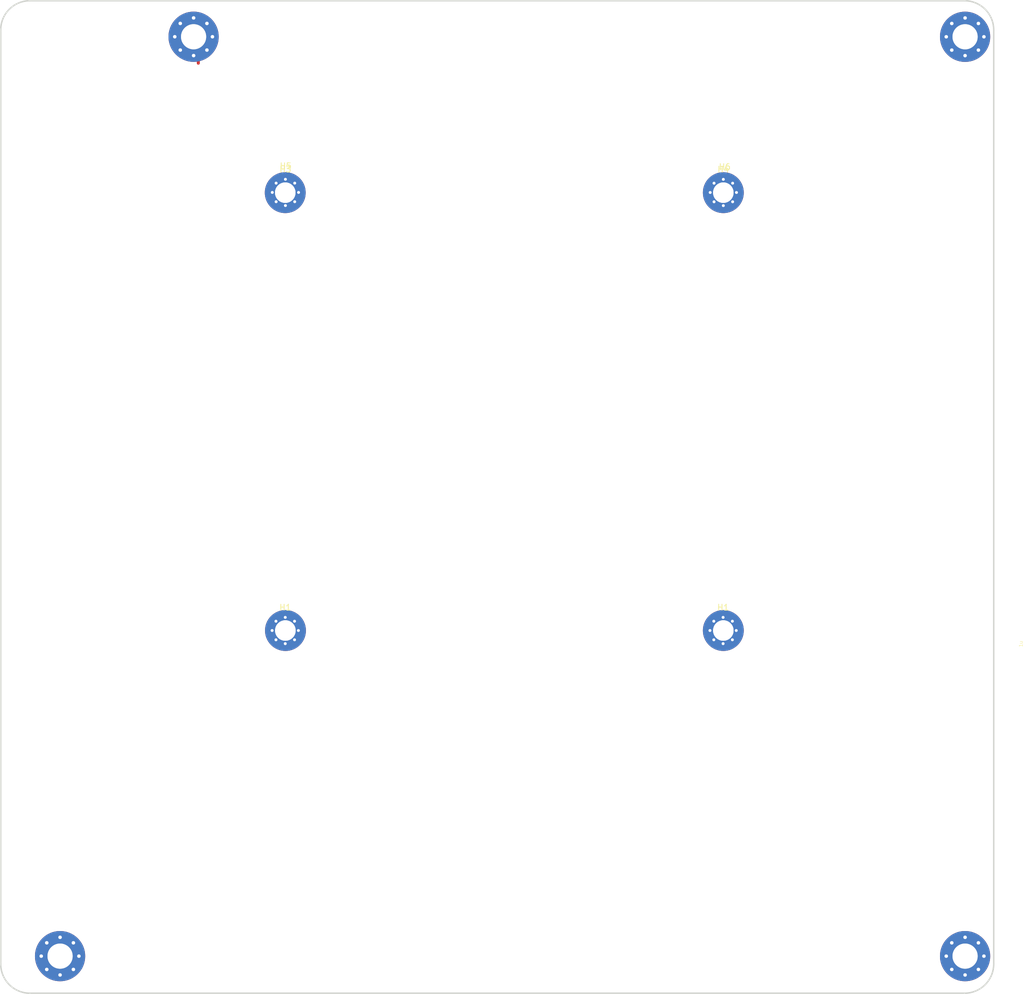
<source format=kicad_pcb>
(kicad_pcb (version 20241229) (generator "pcbnew") (generator_version "9.0")
  (layers (0 "F.Cu" signal) (4 "In1.Cu" mixed) (6 "In2.Cu" mixed) (2 "B.Cu" signal) (13 "F.Paste" user) (15 "B.Paste" user) (5 "F.SilkS" user "F.Silkscreen") (7 "B.SilkS" user "B.Silkscreen") (1 "F.Mask" user) (3 "B.Mask" user) (25 "Edge.Cuts" user))
  (net 0 "")
  (net 1 "- Sense")
  (footprint "MountingHole:MountingHole_3mm_Pad_Via" (layer "F.Cu") (at 75.03 49.96)
    (property "Reference" "H3" (at 0 -3.95 0) (layer "F.SilkS"))
    (property "Value" "MountingHole_Pad")
    (pad "1" thru_hole circle (at -2.25 0) (size 0.8 0.8) (drill 0.5) (layers "*.Cu" "*.Mask") (net 1 "- Sense"))
    (pad "1" thru_hole circle (at -1.59099 -1.59099) (size 0.8 0.8) (drill 0.5) (layers "*.Cu" "*.Mask") (net 1 "- Sense"))
    (pad "1" thru_hole circle (at -1.59099 1.59099) (size 0.8 0.8) (drill 0.5) (layers "*.Cu" "*.Mask") (net 1 "- Sense"))
    (pad "1" thru_hole circle (at -0.03 0.04) (size 7 7) (drill 3.5) (layers "*.Cu" "*.Mask") (net 1 "- Sense"))
    (pad "1" thru_hole circle (at 0 -2.25) (size 0.8 0.8) (drill 0.5) (layers "*.Cu" "*.Mask") (net 1 "- Sense"))
    (pad "1" thru_hole circle (at 0 2.25) (size 0.8 0.8) (drill 0.5) (layers "*.Cu" "*.Mask") (net 1 "- Sense"))
    (pad "1" thru_hole circle (at 1.59099 -1.59099) (size 0.8 0.8) (drill 0.5) (layers "*.Cu" "*.Mask") (net 1 "- Sense"))
    (pad "1" thru_hole circle (at 1.59099 1.59099) (size 0.8 0.8) (drill 0.5) (layers "*.Cu" "*.Mask") (net 1 "- Sense"))
    (pad "1" thru_hole circle (at 2.25 0) (size 0.8 0.8) (drill 0.5) (layers "*.Cu" "*.Mask") (net 1 "- Sense"))
  )
  (footprint "MountingHole:MountingHole_4.3mm_M4_Pad_Via" (layer "F.Cu") (at 191.39 23.3018)
    (property "Reference" "ch2" (hide yes))
    (property "Value" "MountingHole" (hide yes))
    (pad "1" thru_hole circle (at -3.225 0) (size 0.9 0.9) (drill 0.6) (layers "*.Cu" "*.Mask"))
    (pad "1" thru_hole circle (at -2.280419 -2.280419) (size 0.9 0.9) (drill 0.6) (layers "*.Cu" "*.Mask"))
    (pad "1" thru_hole circle (at -2.280419 2.280419) (size 0.9 0.9) (drill 0.6) (layers "*.Cu" "*.Mask"))
    (pad "1" thru_hole circle (at 0 -3.225) (size 0.9 0.9) (drill 0.6) (layers "*.Cu" "*.Mask"))
    (pad "1" thru_hole circle (at 0 0) (size 8.6 8.6) (drill 4.3) (layers "*.Cu" "*.Mask") (net 1 "- Sense"))
    (pad "1" thru_hole circle (at 0 3.225) (size 0.9 0.9) (drill 0.6) (layers "*.Cu" "*.Mask"))
    (pad "1" thru_hole circle (at 2.280419 -2.280419) (size 0.9 0.9) (drill 0.6) (layers "*.Cu" "*.Mask"))
    (pad "1" thru_hole circle (at 2.280419 2.280419) (size 0.9 0.9) (drill 0.6) (layers "*.Cu" "*.Mask"))
    (pad "1" thru_hole circle (at 3.225 0) (size 0.9 0.9) (drill 0.6) (layers "*.Cu" "*.Mask"))
  )
  (footprint "MountingHole:MountingHole_3.5mm" (layer "F.Cu") (at 150 50)
    (property "Reference" "H6" (at 0.25 -4.42 0) (layer "F.SilkS"))
    (property "Value" "MountingHole" (hide yes))
    (pad "" np_thru_hole circle (at 0 0) (size 3.5 3.5) (drill 3.5) (layers "*.Cu" "*.Mask"))
  )
  (footprint "MountingHole:MountingHole_3.5mm" (layer "F.Cu") (at 150 125)
    (property "Reference" "H8" (hide yes))
    (property "Value" "MountingHole" (hide yes))
    (pad "" np_thru_hole circle (at 0 0) (size 3.5 3.5) (drill 3.5) (layers "*.Cu" "*.Mask"))
  )
  (footprint "MountingHole:MountingHole_3.5mm" (layer "F.Cu") (at 75 50)
    (property "Reference" "H5" (at 0.075 -4.57 0) (layer "F.SilkS"))
    (property "Value" "MountingHole" (hide yes))
    (pad "" np_thru_hole circle (at 0 0) (size 3.5 3.5) (drill 3.5) (layers "*.Cu" "*.Mask"))
  )
  (footprint "MountingHole:MountingHole_4.3mm_M4_Pad_Via" (layer "F.Cu") (at 191.39 180.775)
    (property "Reference" "H2" (hide yes))
    (property "Value" "MountingHole" (hide yes))
    (pad "1" thru_hole circle (at -3.225 0) (size 0.9 0.9) (drill 0.6) (layers "*.Cu" "*.Mask"))
    (pad "1" thru_hole circle (at -2.280419 -2.280419) (size 0.9 0.9) (drill 0.6) (layers "*.Cu" "*.Mask"))
    (pad "1" thru_hole circle (at -2.280419 2.280419) (size 0.9 0.9) (drill 0.6) (layers "*.Cu" "*.Mask"))
    (pad "1" thru_hole circle (at 0 -3.225) (size 0.9 0.9) (drill 0.6) (layers "*.Cu" "*.Mask"))
    (pad "1" thru_hole circle (at 0 0) (size 8.6 8.6) (drill 4.3) (layers "*.Cu" "*.Mask") (net 1 "- Sense"))
    (pad "1" thru_hole circle (at 0 3.225) (size 0.9 0.9) (drill 0.6) (layers "*.Cu" "*.Mask"))
    (pad "1" thru_hole circle (at 2.280419 -2.280419) (size 0.9 0.9) (drill 0.6) (layers "*.Cu" "*.Mask"))
    (pad "1" thru_hole circle (at 2.280419 2.280419) (size 0.9 0.9) (drill 0.6) (layers "*.Cu" "*.Mask"))
    (pad "1" thru_hole circle (at 3.225 0) (size 0.9 0.9) (drill 0.6) (layers "*.Cu" "*.Mask"))
  )
  (footprint "MountingHole:MountingHole_3.5mm" (layer "F.Cu") (at 75 124.99901)
    (property "Reference" "H8" (hide yes))
    (property "Value" "MountingHole" (hide yes))
    (pad "" np_thru_hole circle (at 0 0) (size 3.5 3.5) (drill 3.5) (layers "*.Cu" "*.Mask"))
  )
  (footprint "MountingHole:MountingHole_4.3mm_M4_Pad_Via" (layer "F.Cu") (at 59.31 23.295)
    (property "Reference" "H4" (hide yes))
    (property "Value" "MountingHole" (hide yes))
    (pad "1" thru_hole circle (at -3.225 0) (size 0.9 0.9) (drill 0.6) (layers "*.Cu" "*.Mask"))
    (pad "1" thru_hole circle (at -2.280419 -2.280419) (size 0.9 0.9) (drill 0.6) (layers "*.Cu" "*.Mask"))
    (pad "1" thru_hole circle (at -2.280419 2.280419) (size 0.9 0.9) (drill 0.6) (layers "*.Cu" "*.Mask"))
    (pad "1" thru_hole circle (at 0 -3.225) (size 0.9 0.9) (drill 0.6) (layers "*.Cu" "*.Mask"))
    (pad "1" thru_hole circle (at 0 3.225) (size 0.9 0.9) (drill 0.6) (layers "*.Cu" "*.Mask"))
    (pad "1" thru_hole circle (at 2.280419 -2.280419) (size 0.9 0.9) (drill 0.6) (layers "*.Cu" "*.Mask"))
    (pad "1" thru_hole circle (at 2.280419 2.280419) (size 0.9 0.9) (drill 0.6) (layers "*.Cu" "*.Mask"))
    (pad "1" thru_hole circle (at 3.225 0) (size 0.9 0.9) (drill 0.6) (layers "*.Cu" "*.Mask"))
    (pad "ch1" thru_hole circle (at 0 0) (size 8.6 8.6) (drill 4.3) (layers "*.Cu" "*.Mask") (net 1 "- Sense"))
  )
  (footprint "MountingHole:MountingHole_3mm_Pad_Via" (layer "F.Cu") (at 75 124.99901)
    (property "Reference" "H1" (at 0 -3.95 0) (layer "F.SilkS"))
    (property "Value" "MountingHole_Pad" (hide yes))
    (pad "1" thru_hole circle (at -2.25 0) (size 0.8 0.8) (drill 0.5) (layers "*.Cu" "*.Mask") (net 1 "- Sense"))
    (pad "1" thru_hole circle (at -1.59099 -1.59099) (size 0.8 0.8) (drill 0.5) (layers "*.Cu" "*.Mask") (net 1 "- Sense"))
    (pad "1" thru_hole circle (at -1.59099 1.59099) (size 0.8 0.8) (drill 0.5) (layers "*.Cu" "*.Mask") (net 1 "- Sense"))
    (pad "1" thru_hole circle (at 0 -2.25) (size 0.8 0.8) (drill 0.5) (layers "*.Cu" "*.Mask") (net 1 "- Sense"))
    (pad "1" thru_hole circle (at 0 2.25) (size 0.8 0.8) (drill 0.5) (layers "*.Cu" "*.Mask") (net 1 "- Sense"))
    (pad "1" thru_hole circle (at 0.03901 0.00099) (size 7 7) (drill 3.5) (layers "*.Cu" "*.Mask") (net 1 "- Sense"))
    (pad "1" thru_hole circle (at 1.59099 -1.59099) (size 0.8 0.8) (drill 0.5) (layers "*.Cu" "*.Mask") (net 1 "- Sense"))
    (pad "1" thru_hole circle (at 1.59099 1.59099) (size 0.8 0.8) (drill 0.5) (layers "*.Cu" "*.Mask") (net 1 "- Sense"))
    (pad "1" thru_hole circle (at 2.25 0) (size 0.8 0.8) (drill 0.5) (layers "*.Cu" "*.Mask") (net 1 "- Sense"))
  )
  (footprint "MountingHole:MountingHole_3mm_Pad_Via" (layer "F.Cu") (at 150.00099 49.97099)
    (property "Reference" "H4" (at 0 -3.95 0) (layer "F.SilkS"))
    (property "Value" "MountingHole_Pad")
    (pad "1" thru_hole circle (at -2.25 0) (size 0.8 0.8) (drill 0.5) (layers "*.Cu" "*.Mask") (net 1 "- Sense"))
    (pad "1" thru_hole circle (at -1.59099 -1.59099) (size 0.8 0.8) (drill 0.5) (layers "*.Cu" "*.Mask") (net 1 "- Sense"))
    (pad "1" thru_hole circle (at -1.59099 1.59099) (size 0.8 0.8) (drill 0.5) (layers "*.Cu" "*.Mask") (net 1 "- Sense"))
    (pad "1" thru_hole circle (at 0 -2.25) (size 0.8 0.8) (drill 0.5) (layers "*.Cu" "*.Mask") (net 1 "- Sense"))
    (pad "1" thru_hole circle (at 0 0.02901) (size 7 7) (drill 3.5) (layers "*.Cu" "*.Mask") (net 1 "- Sense"))
    (pad "1" thru_hole circle (at 0 2.25) (size 0.8 0.8) (drill 0.5) (layers "*.Cu" "*.Mask") (net 1 "- Sense"))
    (pad "1" thru_hole circle (at 1.59099 -1.59099) (size 0.8 0.8) (drill 0.5) (layers "*.Cu" "*.Mask") (net 1 "- Sense"))
    (pad "1" thru_hole circle (at 1.59099 1.59099) (size 0.8 0.8) (drill 0.5) (layers "*.Cu" "*.Mask") (net 1 "- Sense"))
    (pad "1" thru_hole circle (at 2.25 0) (size 0.8 0.8) (drill 0.5) (layers "*.Cu" "*.Mask") (net 1 "- Sense"))
  )
  (footprint "MountingHole:MountingHole_3mm_Pad_Via" (layer "F.Cu") (at 149.96099 124.99901)
    (property "Reference" "H1" (at 0 -3.95 0) (layer "F.SilkS"))
    (property "Value" "MountingHole_Pad" (hide yes))
    (pad "1" thru_hole circle (at -2.25 0) (size 0.8 0.8) (drill 0.5) (layers "*.Cu" "*.Mask") (net 1 "- Sense"))
    (pad "1" thru_hole circle (at -1.59099 -1.59099) (size 0.8 0.8) (drill 0.5) (layers "*.Cu" "*.Mask") (net 1 "- Sense"))
    (pad "1" thru_hole circle (at -1.59099 1.59099) (size 0.8 0.8) (drill 0.5) (layers "*.Cu" "*.Mask") (net 1 "- Sense"))
    (pad "1" thru_hole circle (at 0 -2.25) (size 0.8 0.8) (drill 0.5) (layers "*.Cu" "*.Mask") (net 1 "- Sense"))
    (pad "1" thru_hole circle (at 0 2.25) (size 0.8 0.8) (drill 0.5) (layers "*.Cu" "*.Mask") (net 1 "- Sense"))
    (pad "1" thru_hole circle (at 0.03901 0.00099) (size 7 7) (drill 3.5) (layers "*.Cu" "*.Mask") (net 1 "- Sense"))
    (pad "1" thru_hole circle (at 1.59099 -1.59099) (size 0.8 0.8) (drill 0.5) (layers "*.Cu" "*.Mask") (net 1 "- Sense"))
    (pad "1" thru_hole circle (at 1.59099 1.59099) (size 0.8 0.8) (drill 0.5) (layers "*.Cu" "*.Mask") (net 1 "- Sense"))
    (pad "1" thru_hole circle (at 2.25 0) (size 0.8 0.8) (drill 0.5) (layers "*.Cu" "*.Mask") (net 1 "- Sense"))
  )
  (footprint "MountingHole:MountingHole_4.3mm_M4_Pad_Via" (layer "F.Cu") (at 36.45 180.775)
    (property "Reference" "H1" (hide yes))
    (property "Value" "MountingHole" (hide yes))
    (pad "1" thru_hole circle (at -3.225 0) (size 0.9 0.9) (drill 0.6) (layers "*.Cu" "*.Mask"))
    (pad "1" thru_hole circle (at -2.280419 -2.280419) (size 0.9 0.9) (drill 0.6) (layers "*.Cu" "*.Mask"))
    (pad "1" thru_hole circle (at -2.280419 2.280419) (size 0.9 0.9) (drill 0.6) (layers "*.Cu" "*.Mask"))
    (pad "1" thru_hole circle (at 0 -3.225) (size 0.9 0.9) (drill 0.6) (layers "*.Cu" "*.Mask"))
    (pad "1" thru_hole circle (at 0 0) (size 8.6 8.6) (drill 4.3) (layers "*.Cu" "*.Mask") (net 1 "- Sense"))
    (pad "1" thru_hole circle (at 0 3.225) (size 0.9 0.9) (drill 0.6) (layers "*.Cu" "*.Mask"))
    (pad "1" thru_hole circle (at 2.280419 -2.280419) (size 0.9 0.9) (drill 0.6) (layers "*.Cu" "*.Mask"))
    (pad "1" thru_hole circle (at 2.280419 2.280419) (size 0.9 0.9) (drill 0.6) (layers "*.Cu" "*.Mask"))
    (pad "1" thru_hole circle (at 3.225 0) (size 0.9 0.9) (drill 0.6) (layers "*.Cu" "*.Mask"))
  )
  (gr_circle (center 59.31 23.295) (end 61.342 23.295) (stroke (width 0.25)) (fill no) (layer "Edge.Cuts"))
  (gr_line (start 191.29 17.125) (end 31.29 17.125) (stroke (width 0.25)) (layer "Edge.Cuts"))
  (gr_circle (center 36.45 180.775) (end 38.482 180.775) (stroke (width 0.25)) (fill no) (layer "Edge.Cuts"))
  (gr_arc (start 31.29 187.125) (mid 27.754466 185.660534) (end 26.29 182.125) (stroke (width 0.25)) (layer "Edge.Cuts"))
  (gr_line (start 31.29 187.125) (end 191.29 187.125) (stroke (width 0.25)) (layer "Edge.Cuts"))
  (gr_arc (start 191.29 17.125) (mid 194.825563 18.589437) (end 196.29 22.125) (stroke (width 0.25)) (layer "Edge.Cuts"))
  (gr_arc (start 196.29 182.125) (mid 194.825534 185.660534) (end 191.29 187.125) (stroke (width 0.25)) (layer "Edge.Cuts"))
  (gr_arc (start 26.29 22.125) (mid 27.754466 18.589466) (end 31.29 17.125) (stroke (width 0.25)) (layer "Edge.Cuts"))
  (gr_line (start 26.29 22.125) (end 26.29 182.125) (stroke (width 0.25)) (layer "Edge.Cuts"))
  (gr_circle (center 191.39 180.775) (end 193.422 180.775) (stroke (width 0.25)) (fill no) (layer "Edge.Cuts"))
  (gr_line (start 196.29 182.125) (end 196.29 22.125) (stroke (width 0.25)) (layer "Edge.Cuts"))
  (gr_circle (center 191.39 23.295) (end 193.422 23.295) (stroke (width 0.25)) (fill no) (layer "Edge.Cuts"))
  (gr_text "1u" (at 201 127.3 90) (layer "F.SilkS") (effects (font (size 0.6 0.6) (thickness 0.0625))))
  (segment (start 192.617819 178.058579) (end 192.617819 178.420616) (width 1) (layer "F.Cu") (net 1))
  (segment (start 194.571398 179.33) (end 193.923 179.978398) (width 1) (layer "F.Cu") (net 1))
  (segment (start 191.39 180.775) (end 190.265 180.775) (width 0.254) (layer "F.Cu") (net 1))
  (segment (start 189.75 180.775) (end 189.65 180.875) (width 0.254) (layer "F.Cu") (net 1))
  (segment (start 60.1166 25.722707) (end 60.927154 24.912153) (width 0.508) (layer "F.Cu") (net 1))
  (segment (start 62.397019 25.241314) (end 61.597 24.441295) (width 0.508) (layer "F.Cu") (net 1))
  (segment (start 61.597 24.441295) (end 61.597 23.295) (width 0.508) (layer "F.Cu") (net 1))
  (segment (start 193.234417 177.441981) (end 192.617819 178.058579) (width 1) (layer "F.Cu") (net 1))
  (segment (start 60.1166 27.831935) (end 60.1166 25.722707) (width 0.508) (layer "F.Cu") (net 1))
  (segment (start 190.265 180.775) (end 188.65 179.16) (width 0.254) (layer "F.Cu") (net 1))
  (segment (start 191.39 180.775) (end 189.75 180.775) (width 0.254) (layer "F.Cu") (net 1))
  (segment (start 191.39 182.31) (end 191.11 182.59) (width 0.254) (layer "B.Cu") (net 1))
  (segment (start 39.166421 182.002819) (end 39.801143 182.002819) (width 1) (layer "B.Cu") (net 1))
  (segment (start 39.783019 182.619417) (end 39.166421 182.002819) (width 1) (layer "B.Cu") (net 1))
  (segment (start 37.977351 177.400149) (end 37.977351 179.247649) (width 0.254) (layer "B.Cu") (net 1))
  (segment (start 191.39 182.31) (end 191.39 180.775) (width 0.254) (layer "B.Cu") (net 1))
  (segment (start 190.3374 177.986002) (end 190.593398 178.242) (width 1) (layer "B.Cu") (net 1))
  (segment (start 190.3374 177.113998) (end 190.3374 177.986002) (width 1) (layer "B.Cu") (net 1))
)
</source>
